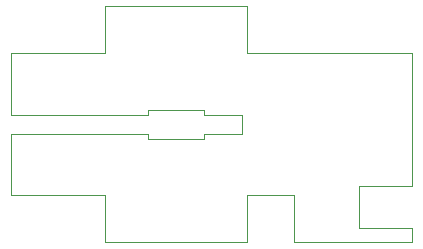
<source format=gbr>
%TF.GenerationSoftware,KiCad,Pcbnew,(6.0.0)*%
%TF.CreationDate,2022-03-29T22:28:20-07:00*%
%TF.ProjectId,probe,70726f62-652e-46b6-9963-61645f706362,rev?*%
%TF.SameCoordinates,Original*%
%TF.FileFunction,Profile,NP*%
%FSLAX46Y46*%
G04 Gerber Fmt 4.6, Leading zero omitted, Abs format (unit mm)*
G04 Created by KiCad (PCBNEW (6.0.0)) date 2022-03-29 22:28:20*
%MOMM*%
%LPD*%
G01*
G04 APERTURE LIST*
%TA.AperFunction,Profile*%
%ADD10C,0.100000*%
%TD*%
G04 APERTURE END LIST*
D10*
X150000000Y-126000000D02*
X150000000Y-124750000D01*
X140000000Y-122000000D02*
X136000000Y-122000000D01*
X140000000Y-126000000D02*
X140000000Y-122000000D01*
X150000000Y-126000000D02*
X140000000Y-126000000D01*
X116000000Y-115200000D02*
X116000000Y-110000000D01*
X116000000Y-116800000D02*
X116000000Y-122000000D01*
X120000000Y-110000000D02*
X116000000Y-110000000D01*
X120000000Y-122000000D02*
X116000000Y-122000000D01*
X124000000Y-122000000D02*
X120000000Y-122000000D01*
X124000000Y-126000000D02*
X124000000Y-122000000D01*
X136000000Y-126000000D02*
X124000000Y-126000000D01*
X136000000Y-122000000D02*
X136000000Y-126000000D01*
X150000000Y-110000000D02*
X150000000Y-121250000D01*
X136000000Y-110000000D02*
X150000000Y-110000000D01*
X136000000Y-106000000D02*
X136000000Y-110000000D01*
X124000000Y-106000000D02*
X136000000Y-106000000D01*
X124000000Y-110000000D02*
X120000000Y-110000000D01*
X124000000Y-106000000D02*
X124000000Y-110000000D01*
X127600000Y-116800000D02*
X116000000Y-116800000D01*
X127600000Y-117200000D02*
X127600000Y-116800000D01*
X132400000Y-117200000D02*
X127600000Y-117200000D01*
X132400000Y-116800000D02*
X132400000Y-117200000D01*
X135600000Y-116800000D02*
X132400000Y-116800000D01*
X135600000Y-115200000D02*
X135600000Y-116800000D01*
X132400000Y-115200000D02*
X135600000Y-115200000D01*
X132400000Y-114800000D02*
X132400000Y-115200000D01*
X127600000Y-114800000D02*
X132400000Y-114800000D01*
X127600000Y-115200000D02*
X127600000Y-114800000D01*
X116000000Y-115200000D02*
X127600000Y-115200000D01*
%TO.C,J1*%
X145500000Y-124750000D02*
X150000000Y-124750000D01*
X145500000Y-121250000D02*
X145500000Y-124750000D01*
X150000000Y-121250000D02*
X145500000Y-121250000D01*
%TD*%
M02*

</source>
